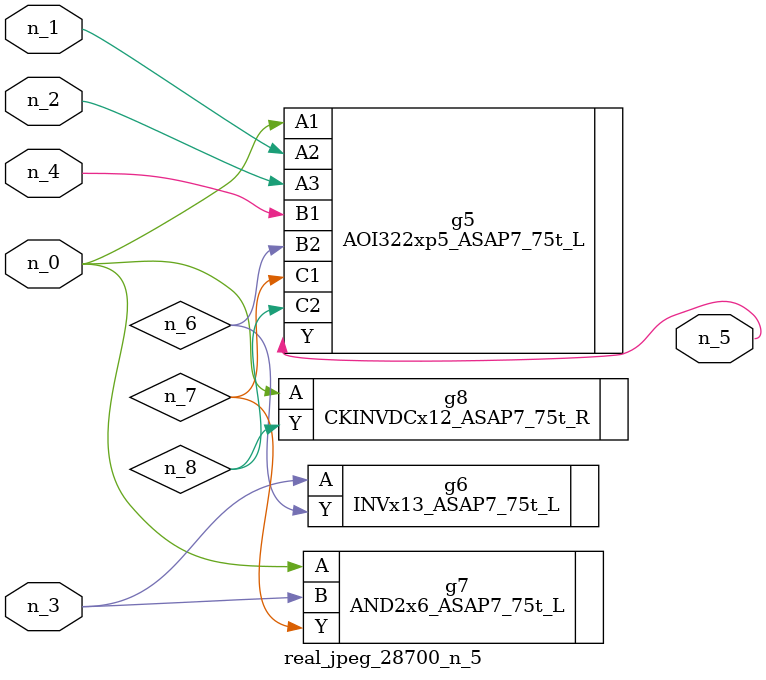
<source format=v>
module real_jpeg_28700_n_5 (n_4, n_0, n_1, n_2, n_3, n_5);

input n_4;
input n_0;
input n_1;
input n_2;
input n_3;

output n_5;

wire n_8;
wire n_6;
wire n_7;

AOI322xp5_ASAP7_75t_L g5 ( 
.A1(n_0),
.A2(n_1),
.A3(n_2),
.B1(n_4),
.B2(n_6),
.C1(n_7),
.C2(n_8),
.Y(n_5)
);

AND2x6_ASAP7_75t_L g7 ( 
.A(n_0),
.B(n_3),
.Y(n_7)
);

CKINVDCx12_ASAP7_75t_R g8 ( 
.A(n_0),
.Y(n_8)
);

INVx13_ASAP7_75t_L g6 ( 
.A(n_3),
.Y(n_6)
);


endmodule
</source>
